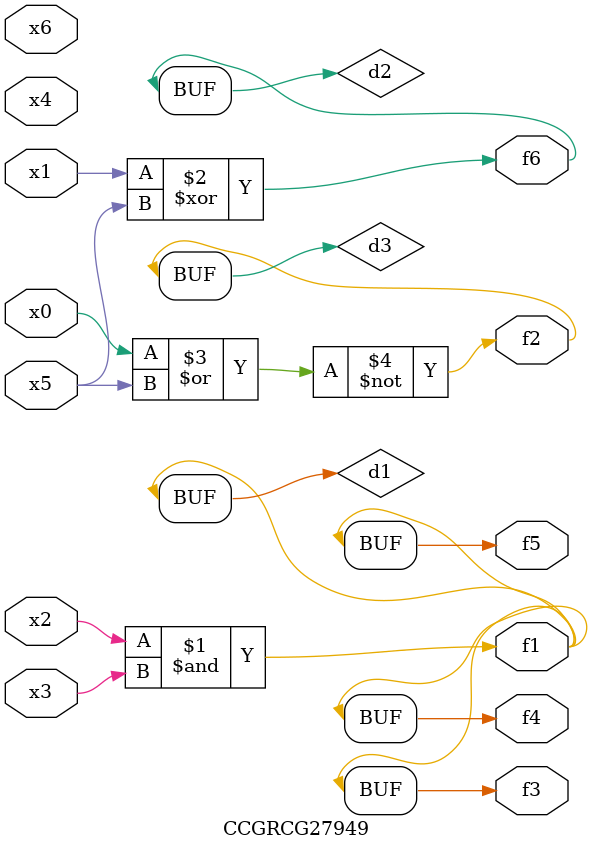
<source format=v>
module CCGRCG27949(
	input x0, x1, x2, x3, x4, x5, x6,
	output f1, f2, f3, f4, f5, f6
);

	wire d1, d2, d3;

	and (d1, x2, x3);
	xor (d2, x1, x5);
	nor (d3, x0, x5);
	assign f1 = d1;
	assign f2 = d3;
	assign f3 = d1;
	assign f4 = d1;
	assign f5 = d1;
	assign f6 = d2;
endmodule

</source>
